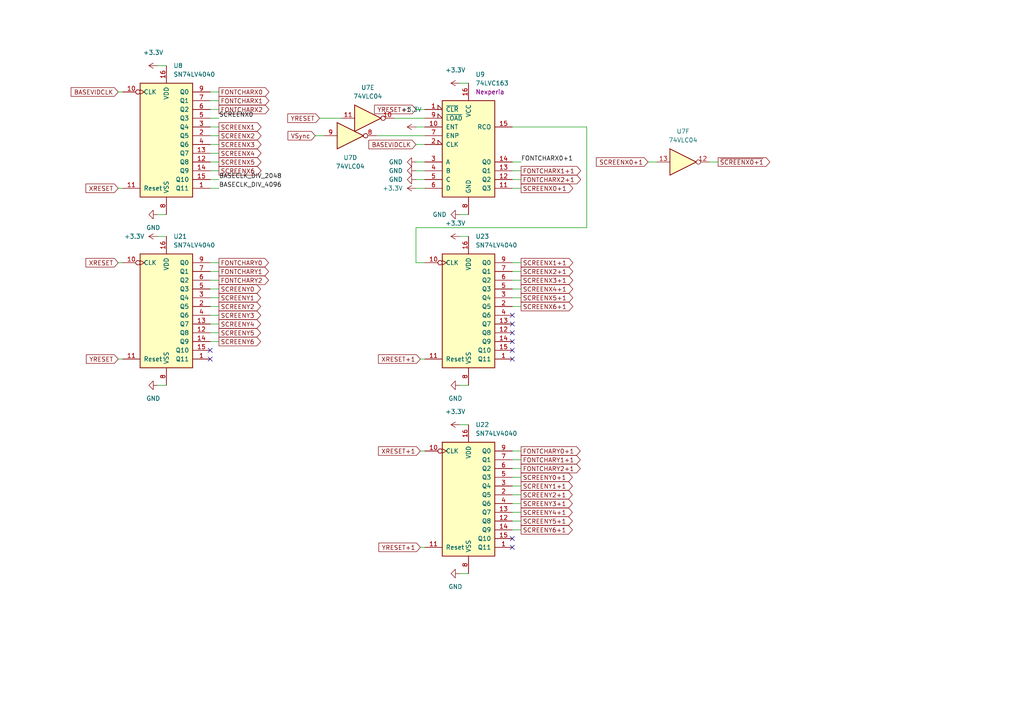
<source format=kicad_sch>
(kicad_sch (version 20211123) (generator eeschema)
  (paper "A4")
  (title_block (title "JupiterAce Z80 plus KIO and new memory format.") (rev "${REVNUM}") (company "Ontobus") (comment 1 "John Bradley") (comment 2 "https://creativecommons.org/licenses/by-nc-sa/4.0/") (comment 3 "Attribution-NonCommercial-ShareAlike 4.0 International License.") (comment 4 "This work is licensed under a Creative Commons "))
  (lib_symbols
    (symbol "74xx-FIX:74LS04"
      (property "Reference" "U" (at 0 1.27 0))
      (property "Value" "74LS04" (at 0 -1.27 0))
      (symbol "74LS04_1_0"
        (polyline (pts (xy -3.81 3.81) (xy -3.81 -3.81) (xy 3.81 0) (xy -3.81 3.81)) (stroke (width 0.254)) (fill (type background)))
        (pin input line (at -7.62 0 0) (length 3.81) (name "~") (number "1"))
        (pin output inverted (at 7.62 0 180) (length 3.81) (name "~") (number "2"))
      )
      (symbol "74LS04_2_0"
        (polyline (pts (xy -3.81 3.81) (xy -3.81 -3.81) (xy 3.81 0) (xy -3.81 3.81)) (stroke (width 0.254)) (fill (type background)))
        (pin input line (at -7.62 0 0) (length 3.81) (name "~") (number "3"))
        (pin output inverted (at 7.62 0 180) (length 3.81) (name "~") (number "4"))
      )
      (symbol "74LS04_3_0"
        (polyline (pts (xy -3.81 3.81) (xy -3.81 -3.81) (xy 3.81 0) (xy -3.81 3.81)) (stroke (width 0.254)) (fill (type background)))
        (pin input line (at -7.62 0 0) (length 3.81) (name "~") (number "5"))
        (pin output inverted (at 7.62 0 180) (length 3.81) (name "~") (number "6"))
      )
      (symbol "74LS04_4_0"
        (polyline (pts (xy -3.81 3.81) (xy -3.81 -3.81) (xy 3.81 0) (xy -3.81 3.81)) (stroke (width 0.254)) (fill (type background)))
        (pin output inverted (at 7.62 0 180) (length 3.81) (name "~") (number "8"))
        (pin input line (at -7.62 0 0) (length 3.81) (name "~") (number "9"))
      )
      (symbol "74LS04_5_0"
        (polyline (pts (xy -3.81 3.81) (xy -3.81 -3.81) (xy 3.81 0) (xy -3.81 3.81)) (stroke (width 0.254)) (fill (type background)))
        (pin output inverted (at 7.62 0 180) (length 3.81) (name "~") (number "10"))
        (pin input line (at -7.62 0 0) (length 3.81) (name "~") (number "11"))
      )
      (symbol "74LS04_6_0"
        (polyline (pts (xy -3.81 3.81) (xy -3.81 -3.81) (xy 3.81 0) (xy -3.81 3.81)) (stroke (width 0.254)) (fill (type background)))
        (pin output inverted (at 7.62 0 180) (length 3.81) (name "~") (number "12"))
        (pin input line (at -7.62 0 0) (length 3.81) (name "~") (number "13"))
      )
      (symbol "74LS04_7_0"
        (pin power_in line (at 0 12.7 270) (length 5.08) (name "VCC") (number "14"))
        (pin power_in line (at 0 -12.7 90) (length 5.08) (name "GND") (number "7"))
      )
      (symbol "74LS04_7_1"
        (rectangle (start -5.08 7.62) (end 5.08 -7.62) (stroke (width 0.254)) (fill (type background)))
      )
    )
    (symbol "74xx-FIX:74LS163" (pin_names (offset 1.016))
      (property "Reference" "U" (at -7.62 16.51 0))
      (property "Value" "74LS163" (at -7.62 -16.51 0))
      (symbol "74LS163_1_0"
        (pin input input_low (at -12.7 12.7 0) (length 5.08) (name "~{CLR}") (number "1"))
        (pin input line (at -12.7 7.62 0) (length 5.08) (name "ENT") (number "10"))
        (pin output line (at 12.7 -10.16 180) (length 5.08) (name "Q3") (number "11"))
        (pin output line (at 12.7 -7.62 180) (length 5.08) (name "Q2") (number "12"))
        (pin output line (at 12.7 -5.08 180) (length 5.08) (name "Q1") (number "13"))
        (pin output line (at 12.7 -2.54 180) (length 5.08) (name "Q0") (number "14"))
        (pin output line (at 12.7 7.62 180) (length 5.08) (name "RCO") (number "15"))
        (pin power_in line (at 0 20.32 270) (length 5.08) (name "VCC") (number "16"))
        (pin input input_low (at -12.7 2.54 0) (length 5.08) (name "CLK") (number "2"))
        (pin input line (at -12.7 -2.54 0) (length 5.08) (name "A") (number "3"))
        (pin input line (at -12.7 -5.08 0) (length 5.08) (name "B") (number "4"))
        (pin input line (at -12.7 -7.62 0) (length 5.08) (name "C") (number "5"))
        (pin input line (at -12.7 -10.16 0) (length 5.08) (name "D") (number "6"))
        (pin input line (at -12.7 5.08 0) (length 5.08) (name "ENP") (number "7"))
        (pin power_in line (at 0 -17.78 90) (length 5.08) (name "GND") (number "8"))
        (pin input input_low (at -12.7 10.16 0) (length 5.08) (name "~{LOAD}") (number "9"))
      )
      (symbol "74LS163_1_1"
        (rectangle (start -7.62 15.24) (end 7.62 -12.7) (stroke (width 0.254)) (fill (type background)))
      )
    )
    (symbol "ExtraSymbols:74HCT4040" (pin_names (offset 1.016))
      (property "Reference" "U" (at -7.62 16.51 0))
      (property "Value" "74HCT4040" (at -7.62 -19.05 0))
      (symbol "74HCT4040_1_0"
        (pin output line (at 12.7 -15.24 180) (length 5.08) (name "Q11") (number "1"))
        (pin input inverted_clock (at -12.7 12.7 0) (length 5.08) (name "CLK") (number "10"))
        (pin input line (at -12.7 -15.24 0) (length 5.08) (name "Reset") (number "11"))
        (pin output line (at 12.7 -7.62 180) (length 5.08) (name "Q8") (number "12"))
        (pin output line (at 12.7 -5.08 180) (length 5.08) (name "Q7") (number "13"))
        (pin output line (at 12.7 -10.16 180) (length 5.08) (name "Q9") (number "14"))
        (pin output line (at 12.7 -12.7 180) (length 5.08) (name "Q10") (number "15"))
        (pin power_in line (at 0 20.32 270) (length 5.08) (name "VDD") (number "16"))
        (pin output line (at 12.7 0 180) (length 5.08) (name "Q5") (number "2"))
        (pin output line (at 12.7 2.54 180) (length 5.08) (name "Q4") (number "3"))
        (pin output line (at 12.7 -2.54 180) (length 5.08) (name "Q6") (number "4"))
        (pin output line (at 12.7 5.08 180) (length 5.08) (name "Q3") (number "5"))
        (pin output line (at 12.7 7.62 180) (length 5.08) (name "Q2") (number "6"))
        (pin output line (at 12.7 10.16 180) (length 5.08) (name "Q1") (number "7"))
        (pin power_in line (at 0 -22.86 90) (length 5.08) (name "VSS") (number "8"))
        (pin output line (at 12.7 12.7 180) (length 5.08) (name "Q0") (number "9"))
      )
      (symbol "74HCT4040_1_1"
        (rectangle (start -7.62 15.24) (end 7.62 -17.78) (stroke (width 0.254)) (fill (type background)))
      )
    )
    (symbol "power:+3.3V" (power) (pin_names (offset 0))
      (property "Value" "+3.3V" (at 0 3.556 0))
      (symbol "+3.3V_0_1"
        (polyline (pts (xy -0.762 1.27) (xy 0 2.54)))
        (polyline (pts (xy 0 0) (xy 0 2.54)))
        (polyline (pts (xy 0 2.54) (xy 0.762 1.27)))
      )
      (symbol "+3.3V_1_1"
        (pin power_in line (at 0 0 90) (length 0) hide (name "+3.3V") (number "1"))
      )
    )
    (symbol "power:GND" (power) (pin_names (offset 0))
      (property "Value" "GND" (at 0 -3.81 0))
      (symbol "GND_0_1"
        (polyline (pts (xy 0 0) (xy 0 -1.27) (xy 1.27 -1.27) (xy 0 -2.54) (xy -1.27 -1.27) (xy 0 -1.27)))
      )
      (symbol "GND_1_1"
        (pin power_in line (at 0 0 270) (length 0) hide (name "GND") (number "1"))
      )
    )
  )
  (no_connect (at 148.59 91.44))
  (no_connect (at 148.59 93.98))
  (no_connect (at 148.59 96.52))
  (no_connect (at 148.59 99.06))
  (no_connect (at 60.96 104.14))
  (no_connect (at 148.59 104.14))
  (no_connect (at 148.59 101.6))
  (no_connect (at 60.96 101.6))
  (no_connect (at 148.59 156.21))
  (no_connect (at 148.59 158.75))
  (wire (pts (xy 148.59 146.05) (xy 151.13 146.05)))
  (wire (pts (xy 133.35 111.76) (xy 135.89 111.76)))
  (wire (pts (xy 91.44 39.37) (xy 93.98 39.37)))
  (wire (pts (xy 63.5 96.52) (xy 60.96 96.52)))
  (wire (pts (xy 148.59 133.35) (xy 151.13 133.35)))
  (wire (pts (xy 35.56 54.61) (xy 34.29 54.61)))
  (wire (pts (xy 148.59 76.2) (xy 151.13 76.2)))
  (wire (pts (xy 35.56 104.14) (xy 34.29 104.14)))
  (wire (pts (xy 148.59 49.53) (xy 151.13 49.53)))
  (wire (pts (xy 133.35 68.58) (xy 135.89 68.58)))
  (wire (pts (xy 208.28 46.99) (xy 205.74 46.99)))
  (wire (pts (xy 60.96 29.21) (xy 63.5 29.21)))
  (wire (pts (xy 151.13 153.67) (xy 148.59 153.67)))
  (wire (pts (xy 148.59 46.99) (xy 151.13 46.99)))
  (wire (pts (xy 123.19 104.14) (xy 121.92 104.14)))
  (wire (pts (xy 60.96 41.91) (xy 63.5 41.91)))
  (wire (pts (xy 34.29 76.2) (xy 35.56 76.2)))
  (wire (pts (xy 60.96 31.75) (xy 63.5 31.75)))
  (wire (pts (xy 133.35 123.19) (xy 135.89 123.19)))
  (wire (pts (xy 148.59 54.61) (xy 151.13 54.61)))
  (wire (pts (xy 45.72 68.58) (xy 48.26 68.58)))
  (wire (pts (xy 60.96 44.45) (xy 63.5 44.45)))
  (wire (pts (xy 148.59 78.74) (xy 151.13 78.74)))
  (wire (pts (xy 109.22 39.37) (xy 123.19 39.37)))
  (wire (pts (xy 45.72 111.76) (xy 48.26 111.76)))
  (wire (pts (xy 148.59 140.97) (xy 151.13 140.97)))
  (wire (pts (xy 45.72 19.05) (xy 48.26 19.05)))
  (wire (pts (xy 120.65 36.83) (xy 123.19 36.83)))
  (wire (pts (xy 120.65 31.75) (xy 123.19 31.75)))
  (wire (pts (xy 114.3 34.29) (xy 123.19 34.29)))
  (wire (pts (xy 60.96 86.36) (xy 63.5 86.36)))
  (wire (pts (xy 120.65 49.53) (xy 123.19 49.53)))
  (wire (pts (xy 120.65 54.61) (xy 123.19 54.61)))
  (wire (pts (xy 60.96 34.29) (xy 63.5 34.29)))
  (wire (pts (xy 133.35 166.37) (xy 135.89 166.37)))
  (wire (pts (xy 148.59 36.83) (xy 170.18 36.83)))
  (wire (pts (xy 120.65 76.2) (xy 123.19 76.2)))
  (wire (pts (xy 34.29 26.67) (xy 35.56 26.67)))
  (wire (pts (xy 45.72 62.23) (xy 48.26 62.23)))
  (wire (pts (xy 187.96 46.99) (xy 190.5 46.99)))
  (wire (pts (xy 120.65 52.07) (xy 123.19 52.07)))
  (wire (pts (xy 60.96 81.28) (xy 63.5 81.28)))
  (wire (pts (xy 120.65 46.99) (xy 123.19 46.99)))
  (wire (pts (xy 148.59 81.28) (xy 151.13 81.28)))
  (wire (pts (xy 148.59 143.51) (xy 151.13 143.51)))
  (wire (pts (xy 133.35 24.13) (xy 135.89 24.13)))
  (wire (pts (xy 148.59 130.81) (xy 151.13 130.81)))
  (wire (pts (xy 148.59 86.36) (xy 151.13 86.36)))
  (wire (pts (xy 120.65 66.04) (xy 170.18 66.04)))
  (wire (pts (xy 60.96 49.53) (xy 63.5 49.53)))
  (wire (pts (xy 148.59 83.82) (xy 151.13 83.82)))
  (wire (pts (xy 120.65 66.04) (xy 120.65 76.2)))
  (wire (pts (xy 60.96 78.74) (xy 63.5 78.74)))
  (wire (pts (xy 60.96 36.83) (xy 63.5 36.83)))
  (wire (pts (xy 148.59 148.59) (xy 151.13 148.59)))
  (wire (pts (xy 151.13 151.13) (xy 148.59 151.13)))
  (wire (pts (xy 170.18 36.83) (xy 170.18 66.04)))
  (wire (pts (xy 60.96 26.67) (xy 63.5 26.67)))
  (wire (pts (xy 148.59 88.9) (xy 151.13 88.9)))
  (wire (pts (xy 60.96 52.07) (xy 63.5 52.07)))
  (wire (pts (xy 92.71 34.29) (xy 99.06 34.29)))
  (wire (pts (xy 60.96 93.98) (xy 63.5 93.98)))
  (wire (pts (xy 133.35 62.23) (xy 135.89 62.23)))
  (wire (pts (xy 63.5 99.06) (xy 60.96 99.06)))
  (wire (pts (xy 60.96 46.99) (xy 63.5 46.99)))
  (wire (pts (xy 60.96 91.44) (xy 63.5 91.44)))
  (wire (pts (xy 120.65 41.91) (xy 123.19 41.91)))
  (wire (pts (xy 148.59 52.07) (xy 151.13 52.07)))
  (wire (pts (xy 60.96 54.61) (xy 63.5 54.61)))
  (wire (pts (xy 123.19 158.75) (xy 121.92 158.75)))
  (wire (pts (xy 60.96 39.37) (xy 63.5 39.37)))
  (wire (pts (xy 121.92 130.81) (xy 123.19 130.81)))
  (wire (pts (xy 60.96 88.9) (xy 63.5 88.9)))
  (wire (pts (xy 60.96 83.82) (xy 63.5 83.82)))
  (wire (pts (xy 60.96 76.2) (xy 63.5 76.2)))
  (wire (pts (xy 148.59 135.89) (xy 151.13 135.89)))
  (wire (pts (xy 148.59 138.43) (xy 151.13 138.43)))
  (label "FONTCHARX0+1" (at 151.13 46.99 0))
  (label "SCREENX0" (at 63.5 34.29 0))
  (label "BASECLK_DIV_4096" (at 63.5 54.61 0))
  (label "BASECLK_DIV_2048" (at 63.5 52.07 0))
  (global_label "SCREENX5" (shape output) (at 63.5 46.99 0) (property "Intersheet References" "${INTERSHEET_REFS}" (at 75.7102 46.9106 0) (effects (justify left))))
  (global_label "FONTCHARY2" (shape output) (at 63.5 81.28 0) (property "Intersheet References" "${INTERSHEET_REFS}" (at 77.8874 81.2006 0) (effects (justify left))))
  (global_label "SCREENX2" (shape output) (at 63.5 39.37 0) (property "Intersheet References" "${INTERSHEET_REFS}" (at 75.7102 39.2906 0) (effects (justify left))))
  (global_label "YRESET+1" (shape input) (at 120.65 31.75 180) (property "Intersheet References" "${INTERSHEET_REFS}" (at 108.6212 31.6706 0) (effects (justify right))))
  (global_label "FONTCHARX1+1" (shape output) (at 151.13 49.53 0) (property "Intersheet References" "${INTERSHEET_REFS}" (at 168.4202 49.4506 0) (effects (justify left))))
  (global_label "~{SCREENX0+1}" (shape output) (at 208.28 46.99 0) (property "Intersheet References" "${INTERSHEET_REFS}" (at 223.2721 46.9106 0) (effects (justify left))))
  (global_label "FONTCHARX1" (shape output) (at 63.5 29.21 0) (property "Intersheet References" "${INTERSHEET_REFS}" (at 78.0083 29.1306 0) (effects (justify left))))
  (global_label "SCREENY2+1" (shape output) (at 151.13 143.51 0) (property "Intersheet References" "${INTERSHEET_REFS}" (at 166.0012 143.4306 0) (effects (justify left))))
  (global_label "SCREENX1" (shape output) (at 63.5 36.83 0) (property "Intersheet References" "${INTERSHEET_REFS}" (at 75.7102 36.7506 0) (effects (justify left))))
  (global_label "SCREENX1+1" (shape output) (at 151.13 76.2 0) (property "Intersheet References" "${INTERSHEET_REFS}" (at 166.1221 76.1206 0) (effects (justify left))))
  (global_label "SCREENX0+1" (shape input) (at 187.96 46.99 180) (property "Intersheet References" "${INTERSHEET_REFS}" (at 172.9679 46.9106 0) (effects (justify right))))
  (global_label "YRESET+1" (shape input) (at 121.92 158.75 180) (property "Intersheet References" "${INTERSHEET_REFS}" (at 109.8912 158.6706 0) (effects (justify right))))
  (global_label "FONTCHARY1+1" (shape output) (at 151.13 133.35 0) (property "Intersheet References" "${INTERSHEET_REFS}" (at 168.2993 133.2706 0) (effects (justify left))))
  (global_label "SCREENX3+1" (shape output) (at 151.13 81.28 0) (property "Intersheet References" "${INTERSHEET_REFS}" (at 166.1221 81.2006 0) (effects (justify left))))
  (global_label "XRESET+1" (shape input) (at 121.92 130.81 180) (property "Intersheet References" "${INTERSHEET_REFS}" (at 109.7702 130.7306 0) (effects (justify right))))
  (global_label "BASEVIDCLK" (shape input) (at 120.65 41.91 180) (property "Intersheet References" "${INTERSHEET_REFS}" (at 106.9883 41.8306 0) (effects (justify right))))
  (global_label "XRESET" (shape input) (at 34.29 76.2 180) (property "Intersheet References" "${INTERSHEET_REFS}" (at 24.9221 76.1206 0) (effects (justify right))))
  (global_label "SCREENY0+1" (shape output) (at 151.13 138.43 0) (property "Intersheet References" "${INTERSHEET_REFS}" (at 166.0012 138.3506 0) (effects (justify left))))
  (global_label "SCREENY0" (shape output) (at 63.5 83.82 0) (property "Intersheet References" "${INTERSHEET_REFS}" (at 75.5893 83.7406 0) (effects (justify left))))
  (global_label "SCREENX0+1" (shape output) (at 151.13 54.61 0) (property "Intersheet References" "${INTERSHEET_REFS}" (at 166.1221 54.5306 0) (effects (justify left))))
  (global_label "FONTCHARX0" (shape output) (at 63.5 26.67 0) (property "Intersheet References" "${INTERSHEET_REFS}" (at 78.0083 26.5906 0) (effects (justify left))))
  (global_label "SCREENY3" (shape output) (at 63.5 91.44 0) (property "Intersheet References" "${INTERSHEET_REFS}" (at 75.5893 91.3606 0) (effects (justify left))))
  (global_label "SCREENX3" (shape output) (at 63.5 41.91 0) (property "Intersheet References" "${INTERSHEET_REFS}" (at 75.7102 41.8306 0) (effects (justify left))))
  (global_label "SCREENY4+1" (shape output) (at 151.13 148.59 0) (property "Intersheet References" "${INTERSHEET_REFS}" (at 166.0012 148.5106 0) (effects (justify left))))
  (global_label "YRESET" (shape input) (at 92.71 34.29 180) (property "Intersheet References" "${INTERSHEET_REFS}" (at 83.4631 34.2106 0) (effects (justify right))))
  (global_label "SCREENY4" (shape output) (at 63.5 93.98 0) (property "Intersheet References" "${INTERSHEET_REFS}" (at 75.5893 93.9006 0) (effects (justify left))))
  (global_label "SCREENX4+1" (shape output) (at 151.13 83.82 0) (property "Intersheet References" "${INTERSHEET_REFS}" (at 166.1221 83.7406 0) (effects (justify left))))
  (global_label "SCREENY6+1" (shape output) (at 151.13 153.67 0) (property "Intersheet References" "${INTERSHEET_REFS}" (at 166.0012 153.5906 0) (effects (justify left))))
  (global_label "FONTCHARX2" (shape output) (at 63.5 31.75 0) (property "Intersheet References" "${INTERSHEET_REFS}" (at 78.0083 31.6706 0) (effects (justify left))))
  (global_label "XRESET" (shape input) (at 34.29 54.61 180) (property "Intersheet References" "${INTERSHEET_REFS}" (at 24.9221 54.5306 0) (effects (justify right))))
  (global_label "BASEVIDCLK" (shape input) (at 34.29 26.67 180) (property "Intersheet References" "${INTERSHEET_REFS}" (at 20.6283 26.5906 0) (effects (justify right))))
  (global_label "SCREENX5+1" (shape output) (at 151.13 86.36 0) (property "Intersheet References" "${INTERSHEET_REFS}" (at 166.1221 86.2806 0) (effects (justify left))))
  (global_label "YRESET" (shape input) (at 34.29 104.14 180) (property "Intersheet References" "${INTERSHEET_REFS}" (at 25.0431 104.0606 0) (effects (justify right))))
  (global_label "SCREENY6" (shape output) (at 63.5 99.06 0) (property "Intersheet References" "${INTERSHEET_REFS}" (at 75.5893 98.9806 0) (effects (justify left))))
  (global_label "FONTCHARX2+1" (shape output) (at 151.13 52.07 0) (property "Intersheet References" "${INTERSHEET_REFS}" (at 168.4202 51.9906 0) (effects (justify left))))
  (global_label "FONTCHARY1" (shape output) (at 63.5 78.74 0) (property "Intersheet References" "${INTERSHEET_REFS}" (at 77.8874 78.6606 0) (effects (justify left))))
  (global_label "XRESET+1" (shape input) (at 121.92 104.14 180) (property "Intersheet References" "${INTERSHEET_REFS}" (at 109.7702 104.0606 0) (effects (justify right))))
  (global_label "SCREENY1" (shape output) (at 63.5 86.36 0) (property "Intersheet References" "${INTERSHEET_REFS}" (at 75.5893 86.2806 0) (effects (justify left))))
  (global_label "SCREENX2+1" (shape output) (at 151.13 78.74 0) (property "Intersheet References" "${INTERSHEET_REFS}" (at 166.1221 78.6606 0) (effects (justify left))))
  (global_label "FONTCHARY2+1" (shape output) (at 151.13 135.89 0) (property "Intersheet References" "${INTERSHEET_REFS}" (at 168.2993 135.8106 0) (effects (justify left))))
  (global_label "SCREENX6+1" (shape output) (at 151.13 88.9 0) (property "Intersheet References" "${INTERSHEET_REFS}" (at 166.1221 88.8206 0) (effects (justify left))))
  (global_label "FONTCHARY0+1" (shape output) (at 151.13 130.81 0) (property "Intersheet References" "${INTERSHEET_REFS}" (at 168.2993 130.7306 0) (effects (justify left))))
  (global_label "SCREENX4" (shape output) (at 63.5 44.45 0) (property "Intersheet References" "${INTERSHEET_REFS}" (at 75.7102 44.3706 0) (effects (justify left))))
  (global_label "SCREENY1+1" (shape output) (at 151.13 140.97 0) (property "Intersheet References" "${INTERSHEET_REFS}" (at 166.0012 140.8906 0) (effects (justify left))))
  (global_label "SCREENX6" (shape output) (at 63.5 49.53 0) (property "Intersheet References" "${INTERSHEET_REFS}" (at 75.7102 49.4506 0) (effects (justify left))))
  (global_label "SCREENY5+1" (shape output) (at 151.13 151.13 0) (property "Intersheet References" "${INTERSHEET_REFS}" (at 166.0012 151.0506 0) (effects (justify left))))
  (global_label "SCREENY5" (shape output) (at 63.5 96.52 0) (property "Intersheet References" "${INTERSHEET_REFS}" (at 75.5893 96.4406 0) (effects (justify left))))
  (global_label "FONTCHARY0" (shape output) (at 63.5 76.2 0) (property "Intersheet References" "${INTERSHEET_REFS}" (at 77.8874 76.1206 0) (effects (justify left))))
  (global_label "SCREENY2" (shape output) (at 63.5 88.9 0) (property "Intersheet References" "${INTERSHEET_REFS}" (at 75.5893 88.8206 0) (effects (justify left))))
  (global_label "VSync" (shape input) (at 91.44 39.37 180) (property "Intersheet References" "${INTERSHEET_REFS}" (at 83.5236 39.2906 0) (effects (justify right))))
  (global_label "SCREENY3+1" (shape output) (at 151.13 146.05 0) (property "Intersheet References" "${INTERSHEET_REFS}" (at 166.0012 145.9706 0) (effects (justify left))))
  (symbol (lib_id "power:GND") (at 120.65 46.99 270) (unit 1)
    (property "Reference" "#02" (effects hide))
    (property "Value" "GND" (at 116.84 46.9899 90) (effects (justify right)))
  )
  (symbol (lib_id "74xx-FIX:74LS04") (at 198.12 46.99 0) (unit 6)
    (property "Reference" "U7" (at 198.12 38.1 0))
    (property "Value" "74VLC04" (at 198.12 40.64 0))
    (property "Footprint" "Package_SO:SOIC-14_3.9x8.7mm_P1.27mm" (effects hide))
    (property "Datasheet" "http://www.ti.com/lit/gpn/sn74LS04" (effects hide))
  )
  (symbol (lib_id "74xx-FIX:74LS04") (at 101.6 39.37 0) (unit 4)
    (property "Reference" "U7" (at 101.6 45.72 0))
    (property "Value" "74VLC04" (at 101.6 48.26 0))
    (property "Footprint" "Package_SO:SOIC-14_3.9x8.7mm_P1.27mm" (effects hide))
    (property "Datasheet" "http://www.ti.com/lit/gpn/sn74LS04" (effects hide))
  )
  (symbol (lib_id "power:GND") (at 133.35 111.76 270) (unit 1)
    (property "Reference" "#01" (effects hide))
    (property "Value" "GND" (at 132.08 115.57 90))
  )
  (symbol (lib_id "ExtraSymbols:74HCT4040") (at 135.89 88.9 0) (unit 1)
    (property "Reference" "U23" (at 137.9094 68.58 0) (effects (justify left)))
    (property "Value" "SN74LV4040" (at 137.9094 71.12 0) (effects (justify left)))
    (property "Footprint" "Package_SO:SOIC-16_3.9x9.9mm_P1.27mm" (effects hide))
    (property "Datasheet" "https://assets.nexperia.com/documents/data-sheet/74HC590.pdf" (effects hide))
  )
  (symbol (lib_id "power:GND") (at 120.65 52.07 270) (unit 1)
    (property "Reference" "#04" (effects hide))
    (property "Value" "GND" (at 116.84 52.0699 90) (effects (justify right)))
  )
  (symbol (lib_id "power:+3.3V") (at 120.65 54.61 90) (unit 1)
    (property "Reference" "#PWR01" (effects hide))
    (property "Value" "+3.3V" (at 116.84 54.6099 90) (effects (justify left)))
  )
  (symbol (lib_id "power:+3.3V") (at 45.72 19.05 90) (unit 1)
    (property "Reference" "#PWR03" (effects hide))
    (property "Value" "+3.3V" (at 44.45 15.24 90))
  )
  (symbol (lib_id "power:+3.3V") (at 133.35 123.19 90) (unit 1)
    (property "Reference" "#PWR0113" (effects hide))
    (property "Value" "+3.3V" (at 132.08 119.38 90))
  )
  (symbol (lib_id "power:+3.3V") (at 120.65 36.83 90) (unit 1)
    (property "Reference" "#PWR05" (effects hide))
    (property "Value" "+3.3V" (at 119.38 31.75 90))
  )
  (symbol (lib_id "ExtraSymbols:74HCT4040") (at 48.26 88.9 0) (unit 1)
    (property "Reference" "U21" (at 50.2794 68.58 0) (effects (justify left)))
    (property "Value" "SN74LV4040" (at 50.2794 71.12 0) (effects (justify left)))
    (property "Footprint" "Package_SO:SOIC-16_3.9x9.9mm_P1.27mm" (effects hide))
    (property "Datasheet" "http://www.intersil.com/content/dam/Intersil/documents/cd40/cd4020bms-24bms-40bms.pdf" (effects hide))
    (property "Description" "CD74HCT4040E, 12-stage Binary Counter, Up Counter 5V, 16-Pin PDIP" (effects hide))
    (property "Height" "5.08" (effects hide))
    (property "Mouser Part Number" "595-CD74HCT4040E" (effects hide))
    (property "RS Part Number" "0635252P" (effects hide))
  )
  (symbol (lib_id "power:GND") (at 120.65 49.53 270) (unit 1)
    (property "Reference" "#03" (effects hide))
    (property "Value" "GND" (at 116.84 49.5299 90) (effects (justify right)))
  )
  (symbol (lib_id "power:GND") (at 133.35 166.37 270) (unit 1)
    (property "Reference" "#0102" (effects hide))
    (property "Value" "GND" (at 132.08 170.18 90))
  )
  (symbol (lib_id "ExtraSymbols:74HCT4040") (at 48.26 39.37 0) (unit 1)
    (property "Reference" "U8" (at 50.2794 19.05 0) (effects (justify left)))
    (property "Value" "SN74LV4040" (at 50.2794 21.59 0) (effects (justify left)))
    (property "Footprint" "Package_SO:SOIC-16_3.9x9.9mm_P1.27mm" (effects hide))
    (property "Datasheet" "http://www.intersil.com/content/dam/Intersil/documents/cd40/cd4020bms-24bms-40bms.pdf" (effects hide))
    (property "Description" "CD74HCT4040E, 12-stage Binary Counter, Up Counter 5V, 16-Pin PDIP" (effects hide))
    (property "Height" "5.08" (effects hide))
    (property "Mouser Part Number" "595-CD74HCT4040E" (effects hide))
    (property "RS Part Number" "0635252P" (effects hide))
  )
  (symbol (lib_id "power:GND") (at 133.35 62.23 270) (unit 1)
    (property "Reference" "#05" (effects hide))
    (property "Value" "GND" (at 129.54 62.2299 90) (effects (justify right)))
  )
  (symbol (lib_id "74xx-FIX:74LS04") (at 106.68 34.29 0) (unit 5)
    (property "Reference" "U7" (at 106.68 25.4 0))
    (property "Value" "74VLC04" (at 106.68 27.94 0))
    (property "Footprint" "Package_SO:SOIC-14_3.9x8.7mm_P1.27mm" (effects hide))
    (property "Datasheet" "http://www.ti.com/lit/gpn/sn74LS04" (effects hide))
  )
  (symbol (lib_id "power:GND") (at 45.72 62.23 270) (unit 1)
    (property "Reference" "#0107" (effects hide))
    (property "Value" "GND" (at 44.45 66.04 90))
  )
  (symbol (lib_id "power:+3.3V") (at 133.35 24.13 90) (unit 1)
    (property "Reference" "#PWR02" (effects hide))
    (property "Value" "+3.3V" (at 132.08 20.32 90))
  )
  (symbol (lib_id "power:+3.3V") (at 133.35 68.58 90) (unit 1)
    (property "Reference" "#PWR06" (effects hide))
    (property "Value" "+3.3V" (at 132.08 64.77 90))
  )
  (symbol (lib_id "power:GND") (at 45.72 111.76 270) (unit 1)
    (property "Reference" "#0106" (effects hide))
    (property "Value" "GND" (at 44.45 115.57 90))
  )
  (symbol (lib_id "74xx-FIX:74LS163") (at 135.89 44.45 0) (unit 1)
    (property "Reference" "U9" (at 137.9094 21.59 0) (effects (justify left)))
    (property "Value" "74LVC163" (at 137.9094 24.13 0) (effects (justify left)))
    (property "Footprint" "Package_SO:SOIC-16_3.9x9.9mm_P1.27mm" (effects hide))
    (property "Datasheet" "https://assets.nexperia.com/documents/data-sheet/74LVC163.pdf" (effects hide))
    (property "Manufacturer" "Nexperia" (at 137.9094 26.67 0) (effects (justify left)))
  )
  (symbol (lib_id "ExtraSymbols:74HCT4040") (at 135.89 143.51 0) (unit 1)
    (property "Reference" "U22" (at 137.9094 123.19 0) (effects (justify left)))
    (property "Value" "SN74LV4040" (at 137.9094 125.73 0) (effects (justify left)))
    (property "Footprint" "Package_SO:SOIC-16_3.9x9.9mm_P1.27mm" (effects hide))
    (property "Datasheet" "http://www.intersil.com/content/dam/Intersil/documents/cd40/cd4020bms-24bms-40bms.pdf" (effects hide))
    (property "Description" "CD74HCT4040E, 12-stage Binary Counter, Up Counter 5V, 16-Pin PDIP" (effects hide))
    (property "Height" "5.08" (effects hide))
    (property "Mouser Part Number" "595-CD74HCT4040E" (effects hide))
    (property "RS Part Number" "0635252P" (effects hide))
  )
  (symbol (lib_id "power:+3.3V") (at 45.72 68.58 90) (unit 1)
    (property "Reference" "#PWR04" (effects hide))
    (property "Value" "+3.3V" (at 41.91 68.5799 90) (effects (justify left)))
  )
)
</source>
